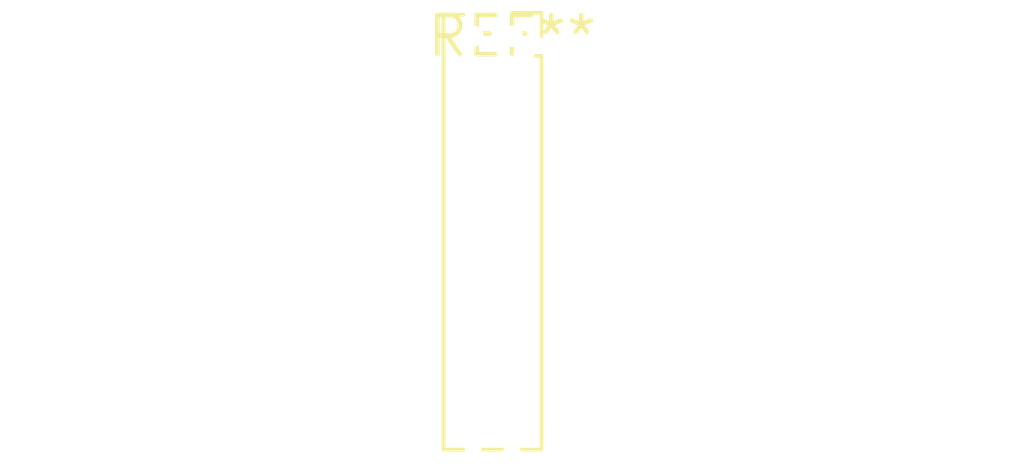
<source format=kicad_pcb>
(kicad_pcb (version 20240108) (generator pcbnew)
  (layers (0 "F.Cu" signal) (31 "B.Cu" signal) (34 "B.Paste" user) (35 "F.Paste" user) (36 "B.SilkS" user "B.Silkscreen") (37 "F.SilkS" user "F.Silkscreen") (38 "B.Mask" user) (39 "F.Mask" user) (44 "Edge.Cuts" user))
  (net 0 "")
  (footprint "PinSocket_2x11_P1.27mm_Vertical" (layer "F.Cu") (at 0 0)
    (property "Reference" "REF**")
    (property "Value" "PinSocket_2x11_P1.27mm_Vertical")
    (fp_line (start -2.22 -0.695) (end -2.22 13.395) (layer "F.SilkS") (stroke (width 0.12)))
    (fp_line (start -2.22 -0.695) (end -1.57753 -0.695) (layer "F.SilkS") (stroke (width 0.12)))
    (fp_line (start -2.22 13.395) (end -1.57753 13.395) (layer "F.SilkS") (stroke (width 0.12)))
    (fp_line (start -0.96247 -0.695) (end -0.76 -0.695) (layer "F.SilkS") (stroke (width 0.12)))
    (fp_line (start -0.96247 13.395) (end -0.30753 13.395) (layer "F.SilkS") (stroke (width 0.12)))
    (fp_line (start 0 -0.76) (end 0.95 -0.76) (layer "F.SilkS") (stroke (width 0.12)))
    (fp_line (start 0.30753 13.395) (end 0.95 13.395) (layer "F.SilkS") (stroke (width 0.12)))
    (fp_line (start 0.76 0.635) (end 0.95 0.635) (layer "F.SilkS") (stroke (width 0.12)))
    (fp_line (start 0.95 -0.76) (end 0.95 0) (layer "F.SilkS") (stroke (width 0.12)))
    (fp_line (start 0.95 0.635) (end 0.95 13.395) (layer "F.SilkS") (stroke (width 0.12)))
    (pad "1" thru_hole rect (at 0 0) (size 1 1) (drill 0.7) (layers *.Cu *.Mask) (remove_unused_layers))
    (pad "2" thru_hole oval (at -1.27 0) (size 1 1) (drill 0.7) (layers *.Cu *.Mask) (remove_unused_layers))
    (pad "3" thru_hole oval (at 0 1.27) (size 1 1) (drill 0.7) (layers *.Cu *.Mask) (remove_unused_layers))
    (pad "4" thru_hole oval (at -1.27 1.27) (size 1 1) (drill 0.7) (layers *.Cu *.Mask) (remove_unused_layers))
    (pad "5" thru_hole oval (at 0 2.54) (size 1 1) (drill 0.7) (layers *.Cu *.Mask) (remove_unused_layers))
    (pad "6" thru_hole oval (at -1.27 2.54) (size 1 1) (drill 0.7) (layers *.Cu *.Mask) (remove_unused_layers))
    (pad "7" thru_hole oval (at 0 3.81) (size 1 1) (drill 0.7) (layers *.Cu *.Mask) (remove_unused_layers))
    (pad "8" thru_hole oval (at -1.27 3.81) (size 1 1) (drill 0.7) (layers *.Cu *.Mask) (remove_unused_layers))
    (pad "9" thru_hole oval (at 0 5.08) (size 1 1) (drill 0.7) (layers *.Cu *.Mask) (remove_unused_layers))
    (pad "10" thru_hole oval (at -1.27 5.08) (size 1 1) (drill 0.7) (layers *.Cu *.Mask) (remove_unused_layers))
    (pad "11" thru_hole oval (at 0 6.35) (size 1 1) (drill 0.7) (layers *.Cu *.Mask) (remove_unused_layers))
    (pad "12" thru_hole oval (at -1.27 6.35) (size 1 1) (drill 0.7) (layers *.Cu *.Mask) (remove_unused_layers))
    (pad "13" thru_hole oval (at 0 7.62) (size 1 1) (drill 0.7) (layers *.Cu *.Mask) (remove_unused_layers))
    (pad "14" thru_hole oval (at -1.27 7.62) (size 1 1) (drill 0.7) (layers *.Cu *.Mask) (remove_unused_layers))
    (pad "15" thru_hole oval (at 0 8.89) (size 1 1) (drill 0.7) (layers *.Cu *.Mask) (remove_unused_layers))
    (pad "16" thru_hole oval (at -1.27 8.89) (size 1 1) (drill 0.7) (layers *.Cu *.Mask) (remove_unused_layers))
    (pad "17" thru_hole oval (at 0 10.16) (size 1 1) (drill 0.7) (layers *.Cu *.Mask) (remove_unused_layers))
    (pad "18" thru_hole oval (at -1.27 10.16) (size 1 1) (drill 0.7) (layers *.Cu *.Mask) (remove_unused_layers))
    (pad "19" thru_hole oval (at 0 11.43) (size 1 1) (drill 0.7) (layers *.Cu *.Mask) (remove_unused_layers))
    (pad "20" thru_hole oval (at -1.27 11.43) (size 1 1) (drill 0.7) (layers *.Cu *.Mask) (remove_unused_layers))
    (pad "21" thru_hole oval (at 0 12.7) (size 1 1) (drill 0.7) (layers *.Cu *.Mask) (remove_unused_layers))
    (pad "22" thru_hole oval (at -1.27 12.7) (size 1 1) (drill 0.7) (layers *.Cu *.Mask) (remove_unused_layers))
  )
)
</source>
